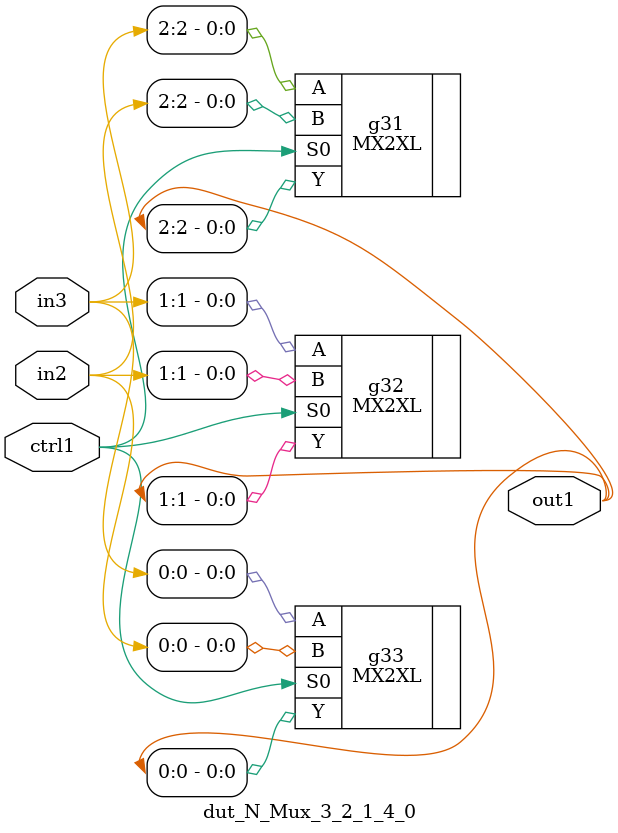
<source format=v>
`timescale 1ps / 1ps


module dut_N_Mux_3_2_1_4_0(in3, in2, ctrl1, out1);
  input [2:0] in3, in2;
  input ctrl1;
  output [2:0] out1;
  wire [2:0] in3, in2;
  wire ctrl1;
  wire [2:0] out1;
  MX2XL g31(.A (in3[2]), .B (in2[2]), .S0 (ctrl1), .Y (out1[2]));
  MX2XL g32(.A (in3[1]), .B (in2[1]), .S0 (ctrl1), .Y (out1[1]));
  MX2XL g33(.A (in3[0]), .B (in2[0]), .S0 (ctrl1), .Y (out1[0]));
endmodule



</source>
